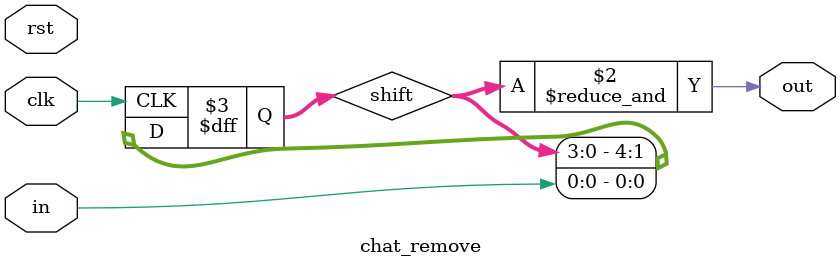
<source format=v>
`timescale 1ns / 1ps


module chat_remove(
    input clk,
    input rst,
    input in,
    output out
    );
    
    reg [4:0] shift;
    
    always@ (posedge clk) begin
        shift <= {shift[3:0],in};
    end
    
    assign out = &shift;
endmodule

</source>
